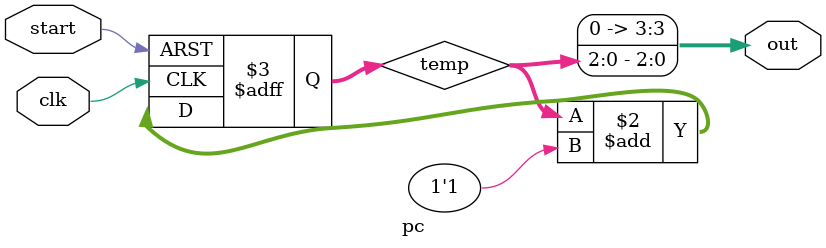
<source format=v>
module pc(output [3:0] out, input clk, start);
	reg [2:0] temp;
	assign out = {1'b0, temp};
	always @(posedge clk or posedge start)
	begin
		if(start)
		begin
			temp = 0;
		end
		else
		begin
			temp = temp + 1'b1;
		end
	end
endmodule 
</source>
